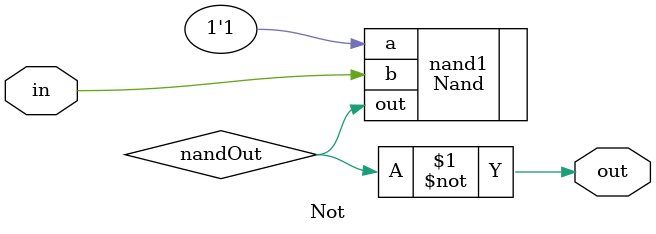
<source format=sv>
/**
 * # Not
 *
 * ## author
 * k-daigo
 */
`default_nettype none
module Not(
	input wire in,
	output wire out);

	wire nandOut;
	Nand nand1(
		.a(1'b1),
		.b(in),
		.out(nandOut));

	assign out = ~nandOut;
endmodule

</source>
